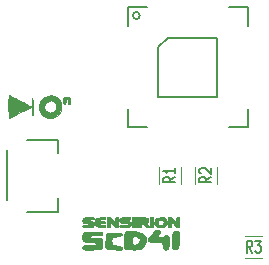
<source format=gbr>
%TF.GenerationSoftware,KiCad,Pcbnew,5.1.10-88a1d61d58~90~ubuntu20.04.1*%
%TF.CreationDate,2021-10-08T11:48:54+02:00*%
%TF.ProjectId,UROS_CO2-brkout,55524f53-5f43-44f3-922d-62726b6f7574,rev?*%
%TF.SameCoordinates,Original*%
%TF.FileFunction,Legend,Top*%
%TF.FilePolarity,Positive*%
%FSLAX46Y46*%
G04 Gerber Fmt 4.6, Leading zero omitted, Abs format (unit mm)*
G04 Created by KiCad (PCBNEW 5.1.10-88a1d61d58~90~ubuntu20.04.1) date 2021-10-08 11:48:54*
%MOMM*%
%LPD*%
G01*
G04 APERTURE LIST*
%ADD10C,0.010000*%
%ADD11C,0.127000*%
%ADD12C,0.152400*%
%ADD13C,0.120000*%
%ADD14C,0.150000*%
G04 APERTURE END LIST*
D10*
%TO.C,Board2*%
G36*
X77560957Y-83019750D02*
G01*
X77775204Y-83025458D01*
X78013327Y-83034125D01*
X78225583Y-83045266D01*
X78395786Y-83057767D01*
X78507751Y-83070513D01*
X78541155Y-83078191D01*
X78600638Y-83144331D01*
X78604655Y-83200971D01*
X78593425Y-83241218D01*
X78563181Y-83267847D01*
X78498469Y-83284247D01*
X78383833Y-83293811D01*
X78203818Y-83299927D01*
X78147333Y-83301303D01*
X77896882Y-83309366D01*
X77719709Y-83321237D01*
X77604442Y-83338990D01*
X77539711Y-83364700D01*
X77514145Y-83400441D01*
X77512333Y-83417150D01*
X77538782Y-83482119D01*
X77623302Y-83527127D01*
X77773656Y-83554215D01*
X77997606Y-83565427D01*
X78078026Y-83566000D01*
X78298858Y-83569671D01*
X78448779Y-83588235D01*
X78541469Y-83633015D01*
X78590610Y-83715336D01*
X78609883Y-83846523D01*
X78613000Y-84008834D01*
X78611040Y-84176765D01*
X78597983Y-84302453D01*
X78563063Y-84392274D01*
X78495513Y-84452606D01*
X78384568Y-84489825D01*
X78219461Y-84510310D01*
X77989426Y-84520437D01*
X77740659Y-84525560D01*
X77500458Y-84528446D01*
X77288188Y-84528317D01*
X77119023Y-84525394D01*
X77008138Y-84519899D01*
X76972583Y-84514333D01*
X76931414Y-84455673D01*
X76919576Y-84356431D01*
X76935441Y-84254828D01*
X76977382Y-84189086D01*
X76986629Y-84184362D01*
X77054246Y-84174050D01*
X77186472Y-84165712D01*
X77363253Y-84160287D01*
X77535473Y-84158667D01*
X77747492Y-84157143D01*
X77890307Y-84151069D01*
X77979350Y-84138191D01*
X78030052Y-84116255D01*
X78057845Y-84083005D01*
X78058223Y-84082302D01*
X78084527Y-83992479D01*
X78045770Y-83933925D01*
X77936459Y-83903488D01*
X77751102Y-83898012D01*
X77737928Y-83898393D01*
X77467321Y-83897510D01*
X77242319Y-83877929D01*
X77075723Y-83841458D01*
X76982067Y-83791686D01*
X76941653Y-83706829D01*
X76922055Y-83550034D01*
X76919667Y-83442537D01*
X76921891Y-83293383D01*
X76935808Y-83182641D01*
X76972278Y-83105014D01*
X77042165Y-83055207D01*
X77156332Y-83027924D01*
X77325642Y-83017871D01*
X77560957Y-83019750D01*
G37*
X77560957Y-83019750D02*
X77775204Y-83025458D01*
X78013327Y-83034125D01*
X78225583Y-83045266D01*
X78395786Y-83057767D01*
X78507751Y-83070513D01*
X78541155Y-83078191D01*
X78600638Y-83144331D01*
X78604655Y-83200971D01*
X78593425Y-83241218D01*
X78563181Y-83267847D01*
X78498469Y-83284247D01*
X78383833Y-83293811D01*
X78203818Y-83299927D01*
X78147333Y-83301303D01*
X77896882Y-83309366D01*
X77719709Y-83321237D01*
X77604442Y-83338990D01*
X77539711Y-83364700D01*
X77514145Y-83400441D01*
X77512333Y-83417150D01*
X77538782Y-83482119D01*
X77623302Y-83527127D01*
X77773656Y-83554215D01*
X77997606Y-83565427D01*
X78078026Y-83566000D01*
X78298858Y-83569671D01*
X78448779Y-83588235D01*
X78541469Y-83633015D01*
X78590610Y-83715336D01*
X78609883Y-83846523D01*
X78613000Y-84008834D01*
X78611040Y-84176765D01*
X78597983Y-84302453D01*
X78563063Y-84392274D01*
X78495513Y-84452606D01*
X78384568Y-84489825D01*
X78219461Y-84510310D01*
X77989426Y-84520437D01*
X77740659Y-84525560D01*
X77500458Y-84528446D01*
X77288188Y-84528317D01*
X77119023Y-84525394D01*
X77008138Y-84519899D01*
X76972583Y-84514333D01*
X76931414Y-84455673D01*
X76919576Y-84356431D01*
X76935441Y-84254828D01*
X76977382Y-84189086D01*
X76986629Y-84184362D01*
X77054246Y-84174050D01*
X77186472Y-84165712D01*
X77363253Y-84160287D01*
X77535473Y-84158667D01*
X77747492Y-84157143D01*
X77890307Y-84151069D01*
X77979350Y-84138191D01*
X78030052Y-84116255D01*
X78057845Y-84083005D01*
X78058223Y-84082302D01*
X78084527Y-83992479D01*
X78045770Y-83933925D01*
X77936459Y-83903488D01*
X77751102Y-83898012D01*
X77737928Y-83898393D01*
X77467321Y-83897510D01*
X77242319Y-83877929D01*
X77075723Y-83841458D01*
X76982067Y-83791686D01*
X76941653Y-83706829D01*
X76922055Y-83550034D01*
X76919667Y-83442537D01*
X76921891Y-83293383D01*
X76935808Y-83182641D01*
X76972278Y-83105014D01*
X77042165Y-83055207D01*
X77156332Y-83027924D01*
X77325642Y-83017871D01*
X77560957Y-83019750D01*
G36*
X79805610Y-83104698D02*
G01*
X80010316Y-83119106D01*
X80148687Y-83145529D01*
X80229694Y-83185940D01*
X80262310Y-83242310D01*
X80264000Y-83262607D01*
X80253225Y-83301906D01*
X80210805Y-83331410D01*
X80121593Y-83356247D01*
X79970447Y-83381548D01*
X79872417Y-83395232D01*
X79694800Y-83422906D01*
X79546665Y-83452755D01*
X79449940Y-83480051D01*
X79427917Y-83491094D01*
X79393195Y-83562825D01*
X79375524Y-83687740D01*
X79374260Y-83836227D01*
X79388757Y-83978675D01*
X79418368Y-84085470D01*
X79441600Y-84118906D01*
X79514231Y-84148421D01*
X79645322Y-84175892D01*
X79808724Y-84196072D01*
X79837505Y-84198376D01*
X80059377Y-84225145D01*
X80205929Y-84269425D01*
X80285384Y-84334984D01*
X80306333Y-84413321D01*
X80301542Y-84459311D01*
X80280329Y-84493089D01*
X80232438Y-84515606D01*
X80147613Y-84527812D01*
X80015596Y-84530655D01*
X79826131Y-84525087D01*
X79568961Y-84512057D01*
X79366337Y-84500372D01*
X79161939Y-84483021D01*
X79006104Y-84459056D01*
X78914499Y-84431113D01*
X78901761Y-84422224D01*
X78868942Y-84348194D01*
X78852764Y-84229436D01*
X78852445Y-84189390D01*
X78861283Y-83974446D01*
X78876346Y-83752532D01*
X78895725Y-83541664D01*
X78917511Y-83359861D01*
X78939793Y-83225140D01*
X78960663Y-83155518D01*
X78962254Y-83153250D01*
X79016271Y-83128023D01*
X79135686Y-83111258D01*
X79327384Y-83102307D01*
X79525594Y-83100333D01*
X79805610Y-83104698D01*
G37*
X79805610Y-83104698D02*
X80010316Y-83119106D01*
X80148687Y-83145529D01*
X80229694Y-83185940D01*
X80262310Y-83242310D01*
X80264000Y-83262607D01*
X80253225Y-83301906D01*
X80210805Y-83331410D01*
X80121593Y-83356247D01*
X79970447Y-83381548D01*
X79872417Y-83395232D01*
X79694800Y-83422906D01*
X79546665Y-83452755D01*
X79449940Y-83480051D01*
X79427917Y-83491094D01*
X79393195Y-83562825D01*
X79375524Y-83687740D01*
X79374260Y-83836227D01*
X79388757Y-83978675D01*
X79418368Y-84085470D01*
X79441600Y-84118906D01*
X79514231Y-84148421D01*
X79645322Y-84175892D01*
X79808724Y-84196072D01*
X79837505Y-84198376D01*
X80059377Y-84225145D01*
X80205929Y-84269425D01*
X80285384Y-84334984D01*
X80306333Y-84413321D01*
X80301542Y-84459311D01*
X80280329Y-84493089D01*
X80232438Y-84515606D01*
X80147613Y-84527812D01*
X80015596Y-84530655D01*
X79826131Y-84525087D01*
X79568961Y-84512057D01*
X79366337Y-84500372D01*
X79161939Y-84483021D01*
X79006104Y-84459056D01*
X78914499Y-84431113D01*
X78901761Y-84422224D01*
X78868942Y-84348194D01*
X78852764Y-84229436D01*
X78852445Y-84189390D01*
X78861283Y-83974446D01*
X78876346Y-83752532D01*
X78895725Y-83541664D01*
X78917511Y-83359861D01*
X78939793Y-83225140D01*
X78960663Y-83155518D01*
X78962254Y-83153250D01*
X79016271Y-83128023D01*
X79135686Y-83111258D01*
X79327384Y-83102307D01*
X79525594Y-83100333D01*
X79805610Y-83104698D01*
G36*
X81125766Y-82949880D02*
G01*
X81377599Y-82989492D01*
X81627547Y-83054877D01*
X81856790Y-83141922D01*
X82046509Y-83246518D01*
X82177885Y-83364553D01*
X82193591Y-83386461D01*
X82259306Y-83559544D01*
X82263387Y-83771840D01*
X82206741Y-84005491D01*
X82156147Y-84124296D01*
X82069101Y-84290703D01*
X81988431Y-84400980D01*
X81893497Y-84467199D01*
X81763656Y-84501432D01*
X81578266Y-84515752D01*
X81481860Y-84518660D01*
X81263121Y-84521117D01*
X81034844Y-84519015D01*
X80839095Y-84512841D01*
X80801951Y-84510826D01*
X80647587Y-84498769D01*
X80555958Y-84480228D01*
X80505163Y-84446521D01*
X80473299Y-84388966D01*
X80469272Y-84378941D01*
X80450068Y-84275685D01*
X80441680Y-84094523D01*
X80444269Y-83841544D01*
X80444593Y-83832736D01*
X81109066Y-83832736D01*
X81122152Y-83970691D01*
X81157084Y-84060707D01*
X81161467Y-84065533D01*
X81249823Y-84105631D01*
X81376559Y-84113843D01*
X81501175Y-84089054D01*
X81530788Y-84075719D01*
X81630596Y-83988012D01*
X81720232Y-83851431D01*
X81762054Y-83750737D01*
X81755087Y-83645878D01*
X81686976Y-83534577D01*
X81576691Y-83437793D01*
X81443200Y-83376483D01*
X81418240Y-83370845D01*
X81304478Y-83360590D01*
X81230480Y-83392423D01*
X81187958Y-83437595D01*
X81143262Y-83535552D01*
X81116533Y-83677477D01*
X81109066Y-83832736D01*
X80444593Y-83832736D01*
X80450526Y-83671833D01*
X80463173Y-83426305D01*
X80476986Y-83252317D01*
X80493932Y-83136747D01*
X80515977Y-83066473D01*
X80545086Y-83028371D01*
X80547144Y-83026788D01*
X80691719Y-82964417D01*
X80890866Y-82940151D01*
X81125766Y-82949880D01*
G37*
X81125766Y-82949880D02*
X81377599Y-82989492D01*
X81627547Y-83054877D01*
X81856790Y-83141922D01*
X82046509Y-83246518D01*
X82177885Y-83364553D01*
X82193591Y-83386461D01*
X82259306Y-83559544D01*
X82263387Y-83771840D01*
X82206741Y-84005491D01*
X82156147Y-84124296D01*
X82069101Y-84290703D01*
X81988431Y-84400980D01*
X81893497Y-84467199D01*
X81763656Y-84501432D01*
X81578266Y-84515752D01*
X81481860Y-84518660D01*
X81263121Y-84521117D01*
X81034844Y-84519015D01*
X80839095Y-84512841D01*
X80801951Y-84510826D01*
X80647587Y-84498769D01*
X80555958Y-84480228D01*
X80505163Y-84446521D01*
X80473299Y-84388966D01*
X80469272Y-84378941D01*
X80450068Y-84275685D01*
X80441680Y-84094523D01*
X80444269Y-83841544D01*
X80444593Y-83832736D01*
X81109066Y-83832736D01*
X81122152Y-83970691D01*
X81157084Y-84060707D01*
X81161467Y-84065533D01*
X81249823Y-84105631D01*
X81376559Y-84113843D01*
X81501175Y-84089054D01*
X81530788Y-84075719D01*
X81630596Y-83988012D01*
X81720232Y-83851431D01*
X81762054Y-83750737D01*
X81755087Y-83645878D01*
X81686976Y-83534577D01*
X81576691Y-83437793D01*
X81443200Y-83376483D01*
X81418240Y-83370845D01*
X81304478Y-83360590D01*
X81230480Y-83392423D01*
X81187958Y-83437595D01*
X81143262Y-83535552D01*
X81116533Y-83677477D01*
X81109066Y-83832736D01*
X80444593Y-83832736D01*
X80450526Y-83671833D01*
X80463173Y-83426305D01*
X80476986Y-83252317D01*
X80493932Y-83136747D01*
X80515977Y-83066473D01*
X80545086Y-83028371D01*
X80547144Y-83026788D01*
X80691719Y-82964417D01*
X80890866Y-82940151D01*
X81125766Y-82949880D01*
G36*
X83408418Y-82876416D02*
G01*
X83468287Y-82957051D01*
X83468616Y-83074707D01*
X83405462Y-83214355D01*
X83393610Y-83231626D01*
X83338242Y-83334452D01*
X83319769Y-83421600D01*
X83320744Y-83428661D01*
X83369596Y-83481545D01*
X83471748Y-83504069D01*
X83601916Y-83497383D01*
X83734819Y-83462638D01*
X83840176Y-83405009D01*
X83978605Y-83328958D01*
X84106347Y-83318039D01*
X84192533Y-83362800D01*
X84223039Y-83438463D01*
X84238990Y-83574977D01*
X84241849Y-83751440D01*
X84233082Y-83946952D01*
X84214150Y-84140611D01*
X84186519Y-84311517D01*
X84151651Y-84438768D01*
X84112866Y-84500372D01*
X83983402Y-84537163D01*
X83844834Y-84508594D01*
X83799454Y-84481855D01*
X83747716Y-84415046D01*
X83715705Y-84295396D01*
X83701573Y-84163876D01*
X83693134Y-84052699D01*
X83678110Y-83973041D01*
X83643992Y-83919342D01*
X83578269Y-83886041D01*
X83468433Y-83867577D01*
X83301973Y-83858388D01*
X83066382Y-83852914D01*
X82999021Y-83851552D01*
X82745109Y-83843882D01*
X82571149Y-83827241D01*
X82472428Y-83792900D01*
X82444230Y-83732126D01*
X82481842Y-83636190D01*
X82580551Y-83496363D01*
X82716157Y-83327694D01*
X82881658Y-83131351D01*
X83010172Y-82994797D01*
X83113234Y-82908438D01*
X83202377Y-82862677D01*
X83289135Y-82847919D01*
X83292950Y-82847833D01*
X83408418Y-82876416D01*
G37*
X83408418Y-82876416D02*
X83468287Y-82957051D01*
X83468616Y-83074707D01*
X83405462Y-83214355D01*
X83393610Y-83231626D01*
X83338242Y-83334452D01*
X83319769Y-83421600D01*
X83320744Y-83428661D01*
X83369596Y-83481545D01*
X83471748Y-83504069D01*
X83601916Y-83497383D01*
X83734819Y-83462638D01*
X83840176Y-83405009D01*
X83978605Y-83328958D01*
X84106347Y-83318039D01*
X84192533Y-83362800D01*
X84223039Y-83438463D01*
X84238990Y-83574977D01*
X84241849Y-83751440D01*
X84233082Y-83946952D01*
X84214150Y-84140611D01*
X84186519Y-84311517D01*
X84151651Y-84438768D01*
X84112866Y-84500372D01*
X83983402Y-84537163D01*
X83844834Y-84508594D01*
X83799454Y-84481855D01*
X83747716Y-84415046D01*
X83715705Y-84295396D01*
X83701573Y-84163876D01*
X83693134Y-84052699D01*
X83678110Y-83973041D01*
X83643992Y-83919342D01*
X83578269Y-83886041D01*
X83468433Y-83867577D01*
X83301973Y-83858388D01*
X83066382Y-83852914D01*
X82999021Y-83851552D01*
X82745109Y-83843882D01*
X82571149Y-83827241D01*
X82472428Y-83792900D01*
X82444230Y-83732126D01*
X82481842Y-83636190D01*
X82580551Y-83496363D01*
X82716157Y-83327694D01*
X82881658Y-83131351D01*
X83010172Y-82994797D01*
X83113234Y-82908438D01*
X83202377Y-82862677D01*
X83289135Y-82847919D01*
X83292950Y-82847833D01*
X83408418Y-82876416D01*
G36*
X84976134Y-82993805D02*
G01*
X85085376Y-83105798D01*
X85088180Y-83110676D01*
X85113125Y-83167594D01*
X85126665Y-83240288D01*
X85129002Y-83345083D01*
X85120339Y-83498306D01*
X85100878Y-83716282D01*
X85096264Y-83763449D01*
X85065923Y-84033499D01*
X85033041Y-84229821D01*
X84992940Y-84363326D01*
X84940939Y-84444925D01*
X84872361Y-84485529D01*
X84782527Y-84496050D01*
X84782107Y-84496046D01*
X84661517Y-84481961D01*
X84571417Y-84451609D01*
X84539866Y-84423298D01*
X84518809Y-84372077D01*
X84506347Y-84283109D01*
X84500581Y-84141557D01*
X84499610Y-83932584D01*
X84499773Y-83891980D01*
X84503677Y-83598543D01*
X84513779Y-83377968D01*
X84532387Y-83218538D01*
X84561814Y-83108537D01*
X84604370Y-83036250D01*
X84662365Y-82989959D01*
X84679427Y-82981134D01*
X84832655Y-82949663D01*
X84976134Y-82993805D01*
G37*
X84976134Y-82993805D02*
X85085376Y-83105798D01*
X85088180Y-83110676D01*
X85113125Y-83167594D01*
X85126665Y-83240288D01*
X85129002Y-83345083D01*
X85120339Y-83498306D01*
X85100878Y-83716282D01*
X85096264Y-83763449D01*
X85065923Y-84033499D01*
X85033041Y-84229821D01*
X84992940Y-84363326D01*
X84940939Y-84444925D01*
X84872361Y-84485529D01*
X84782527Y-84496050D01*
X84782107Y-84496046D01*
X84661517Y-84481961D01*
X84571417Y-84451609D01*
X84539866Y-84423298D01*
X84518809Y-84372077D01*
X84506347Y-84283109D01*
X84500581Y-84141557D01*
X84499610Y-83932584D01*
X84499773Y-83891980D01*
X84503677Y-83598543D01*
X84513779Y-83377968D01*
X84532387Y-83218538D01*
X84561814Y-83108537D01*
X84604370Y-83036250D01*
X84662365Y-82989959D01*
X84679427Y-82981134D01*
X84832655Y-82949663D01*
X84976134Y-82993805D01*
G36*
X77695529Y-81789691D02*
G01*
X77808030Y-81796939D01*
X77867761Y-81813009D01*
X77890652Y-81841164D01*
X77893333Y-81865646D01*
X77881516Y-81905692D01*
X77835456Y-81934291D01*
X77739243Y-81956745D01*
X77576966Y-81978359D01*
X77544083Y-81982063D01*
X77384359Y-82004511D01*
X77263011Y-82030546D01*
X77199669Y-82055610D01*
X77194833Y-82063167D01*
X77233583Y-82085763D01*
X77335511Y-82105295D01*
X77479133Y-82117749D01*
X77489402Y-82118218D01*
X77681598Y-82133398D01*
X77802967Y-82164769D01*
X77867027Y-82221145D01*
X77887297Y-82311339D01*
X77884890Y-82376070D01*
X77853732Y-82500885D01*
X77776150Y-82574998D01*
X77766333Y-82580152D01*
X77682579Y-82602773D01*
X77547223Y-82619922D01*
X77384538Y-82630820D01*
X77218791Y-82634687D01*
X77074254Y-82630743D01*
X76975197Y-82618208D01*
X76947889Y-82606444D01*
X76923466Y-82544042D01*
X76919667Y-82502323D01*
X76930003Y-82464258D01*
X76971860Y-82439947D01*
X77061513Y-82425280D01*
X77215235Y-82416146D01*
X77268917Y-82414129D01*
X77458432Y-82401003D01*
X77569625Y-82380073D01*
X77601195Y-82354906D01*
X77551839Y-82329066D01*
X77420256Y-82306119D01*
X77312037Y-82296000D01*
X77158646Y-82280409D01*
X77035997Y-82260204D01*
X76972583Y-82240585D01*
X76938017Y-82179101D01*
X76920285Y-82071102D01*
X76919667Y-82046297D01*
X76933051Y-81941940D01*
X76980989Y-81869033D01*
X77075155Y-81822506D01*
X77227225Y-81797286D01*
X77448874Y-81788303D01*
X77514325Y-81788000D01*
X77695529Y-81789691D01*
G37*
X77695529Y-81789691D02*
X77808030Y-81796939D01*
X77867761Y-81813009D01*
X77890652Y-81841164D01*
X77893333Y-81865646D01*
X77881516Y-81905692D01*
X77835456Y-81934291D01*
X77739243Y-81956745D01*
X77576966Y-81978359D01*
X77544083Y-81982063D01*
X77384359Y-82004511D01*
X77263011Y-82030546D01*
X77199669Y-82055610D01*
X77194833Y-82063167D01*
X77233583Y-82085763D01*
X77335511Y-82105295D01*
X77479133Y-82117749D01*
X77489402Y-82118218D01*
X77681598Y-82133398D01*
X77802967Y-82164769D01*
X77867027Y-82221145D01*
X77887297Y-82311339D01*
X77884890Y-82376070D01*
X77853732Y-82500885D01*
X77776150Y-82574998D01*
X77766333Y-82580152D01*
X77682579Y-82602773D01*
X77547223Y-82619922D01*
X77384538Y-82630820D01*
X77218791Y-82634687D01*
X77074254Y-82630743D01*
X76975197Y-82618208D01*
X76947889Y-82606444D01*
X76923466Y-82544042D01*
X76919667Y-82502323D01*
X76930003Y-82464258D01*
X76971860Y-82439947D01*
X77061513Y-82425280D01*
X77215235Y-82416146D01*
X77268917Y-82414129D01*
X77458432Y-82401003D01*
X77569625Y-82380073D01*
X77601195Y-82354906D01*
X77551839Y-82329066D01*
X77420256Y-82306119D01*
X77312037Y-82296000D01*
X77158646Y-82280409D01*
X77035997Y-82260204D01*
X76972583Y-82240585D01*
X76938017Y-82179101D01*
X76920285Y-82071102D01*
X76919667Y-82046297D01*
X76933051Y-81941940D01*
X76980989Y-81869033D01*
X77075155Y-81822506D01*
X77227225Y-81797286D01*
X77448874Y-81788303D01*
X77514325Y-81788000D01*
X77695529Y-81789691D01*
G36*
X78724961Y-81790253D02*
G01*
X78814784Y-81800426D01*
X78856079Y-81823638D01*
X78866891Y-81865008D01*
X78867000Y-81872667D01*
X78855037Y-81924607D01*
X78805055Y-81950187D01*
X78695919Y-81958463D01*
X78665917Y-81958833D01*
X78521517Y-81971537D01*
X78397043Y-82001684D01*
X78363990Y-82016232D01*
X78315948Y-82046896D01*
X78316038Y-82067103D01*
X78375739Y-82082729D01*
X78506533Y-82099648D01*
X78532830Y-82102643D01*
X78712052Y-82132422D01*
X78818364Y-82175774D01*
X78863137Y-82238207D01*
X78866352Y-82264250D01*
X78827913Y-82279814D01*
X78726057Y-82291135D01*
X78582007Y-82295961D01*
X78567139Y-82296000D01*
X78402374Y-82300328D01*
X78311310Y-82314637D01*
X78283357Y-82340909D01*
X78284763Y-82348917D01*
X78337802Y-82382390D01*
X78465438Y-82405661D01*
X78584624Y-82414351D01*
X78742275Y-82424808D01*
X78829511Y-82444334D01*
X78860579Y-82481442D01*
X78849730Y-82544646D01*
X78841304Y-82567704D01*
X78802853Y-82608074D01*
X78715609Y-82627221D01*
X78576721Y-82629756D01*
X78427949Y-82623445D01*
X78303573Y-82612543D01*
X78253167Y-82604363D01*
X78123668Y-82537558D01*
X78012860Y-82421561D01*
X77958539Y-82308890D01*
X77955281Y-82152609D01*
X78009296Y-81997797D01*
X78106538Y-81878287D01*
X78148757Y-81850764D01*
X78272257Y-81812992D01*
X78452417Y-81791456D01*
X78568564Y-81788000D01*
X78724961Y-81790253D01*
G37*
X78724961Y-81790253D02*
X78814784Y-81800426D01*
X78856079Y-81823638D01*
X78866891Y-81865008D01*
X78867000Y-81872667D01*
X78855037Y-81924607D01*
X78805055Y-81950187D01*
X78695919Y-81958463D01*
X78665917Y-81958833D01*
X78521517Y-81971537D01*
X78397043Y-82001684D01*
X78363990Y-82016232D01*
X78315948Y-82046896D01*
X78316038Y-82067103D01*
X78375739Y-82082729D01*
X78506533Y-82099648D01*
X78532830Y-82102643D01*
X78712052Y-82132422D01*
X78818364Y-82175774D01*
X78863137Y-82238207D01*
X78866352Y-82264250D01*
X78827913Y-82279814D01*
X78726057Y-82291135D01*
X78582007Y-82295961D01*
X78567139Y-82296000D01*
X78402374Y-82300328D01*
X78311310Y-82314637D01*
X78283357Y-82340909D01*
X78284763Y-82348917D01*
X78337802Y-82382390D01*
X78465438Y-82405661D01*
X78584624Y-82414351D01*
X78742275Y-82424808D01*
X78829511Y-82444334D01*
X78860579Y-82481442D01*
X78849730Y-82544646D01*
X78841304Y-82567704D01*
X78802853Y-82608074D01*
X78715609Y-82627221D01*
X78576721Y-82629756D01*
X78427949Y-82623445D01*
X78303573Y-82612543D01*
X78253167Y-82604363D01*
X78123668Y-82537558D01*
X78012860Y-82421561D01*
X77958539Y-82308890D01*
X77955281Y-82152609D01*
X78009296Y-81997797D01*
X78106538Y-81878287D01*
X78148757Y-81850764D01*
X78272257Y-81812992D01*
X78452417Y-81791456D01*
X78568564Y-81788000D01*
X78724961Y-81790253D01*
G36*
X79225367Y-81796179D02*
G01*
X79295904Y-81830805D01*
X79373043Y-81907009D01*
X79468878Y-82028567D01*
X79650167Y-82269135D01*
X79662862Y-82028567D01*
X79672307Y-81892692D01*
X79689995Y-81820949D01*
X79727632Y-81792874D01*
X79796920Y-81788002D01*
X79800446Y-81788000D01*
X79925333Y-81788000D01*
X79925333Y-82634667D01*
X79781323Y-82634667D01*
X79701248Y-82626910D01*
X79633323Y-82593966D01*
X79558784Y-82521319D01*
X79458864Y-82394455D01*
X79442656Y-82372719D01*
X79248000Y-82110771D01*
X79248000Y-82634667D01*
X78994000Y-82634667D01*
X78994000Y-81788000D01*
X79140795Y-81788000D01*
X79225367Y-81796179D01*
G37*
X79225367Y-81796179D02*
X79295904Y-81830805D01*
X79373043Y-81907009D01*
X79468878Y-82028567D01*
X79650167Y-82269135D01*
X79662862Y-82028567D01*
X79672307Y-81892692D01*
X79689995Y-81820949D01*
X79727632Y-81792874D01*
X79796920Y-81788002D01*
X79800446Y-81788000D01*
X79925333Y-81788000D01*
X79925333Y-82634667D01*
X79781323Y-82634667D01*
X79701248Y-82626910D01*
X79633323Y-82593966D01*
X79558784Y-82521319D01*
X79458864Y-82394455D01*
X79442656Y-82372719D01*
X79248000Y-82110771D01*
X79248000Y-82634667D01*
X78994000Y-82634667D01*
X78994000Y-81788000D01*
X79140795Y-81788000D01*
X79225367Y-81796179D01*
G36*
X80777396Y-81788800D02*
G01*
X80891443Y-81794128D01*
X80953078Y-81808373D01*
X80978430Y-81835923D01*
X80983626Y-81881170D01*
X80983667Y-81893833D01*
X80980058Y-81946322D01*
X80957714Y-81977751D01*
X80899362Y-81993519D01*
X80787727Y-81999024D01*
X80645000Y-81999667D01*
X80471233Y-82002657D01*
X80366949Y-82013509D01*
X80317114Y-82035041D01*
X80306333Y-82063167D01*
X80324875Y-82098980D01*
X80391050Y-82118780D01*
X80520684Y-82126267D01*
X80578037Y-82126667D01*
X80731388Y-82130715D01*
X80857235Y-82141244D01*
X80919947Y-82153607D01*
X81001434Y-82225159D01*
X81040544Y-82340806D01*
X81026807Y-82466222D01*
X81020192Y-82482341D01*
X80974145Y-82547003D01*
X80896089Y-82591265D01*
X80772325Y-82618417D01*
X80589157Y-82631745D01*
X80385708Y-82634667D01*
X80219343Y-82633495D01*
X80120233Y-82626294D01*
X80070969Y-82607538D01*
X80054141Y-82571701D01*
X80052333Y-82528833D01*
X80055981Y-82476191D01*
X80078482Y-82444746D01*
X80137176Y-82429038D01*
X80249399Y-82423609D01*
X80388501Y-82423000D01*
X80548984Y-82418541D01*
X80674339Y-82406710D01*
X80742554Y-82389827D01*
X80748092Y-82385102D01*
X80738746Y-82340671D01*
X80649403Y-82311000D01*
X80483592Y-82297016D01*
X80408704Y-82296000D01*
X80222697Y-82273088D01*
X80090792Y-82211183D01*
X80020397Y-82120531D01*
X80018920Y-82011377D01*
X80093768Y-81893967D01*
X80107978Y-81880046D01*
X80165249Y-81835600D01*
X80235399Y-81808126D01*
X80339129Y-81793708D01*
X80497138Y-81788433D01*
X80594812Y-81788000D01*
X80777396Y-81788800D01*
G37*
X80777396Y-81788800D02*
X80891443Y-81794128D01*
X80953078Y-81808373D01*
X80978430Y-81835923D01*
X80983626Y-81881170D01*
X80983667Y-81893833D01*
X80980058Y-81946322D01*
X80957714Y-81977751D01*
X80899362Y-81993519D01*
X80787727Y-81999024D01*
X80645000Y-81999667D01*
X80471233Y-82002657D01*
X80366949Y-82013509D01*
X80317114Y-82035041D01*
X80306333Y-82063167D01*
X80324875Y-82098980D01*
X80391050Y-82118780D01*
X80520684Y-82126267D01*
X80578037Y-82126667D01*
X80731388Y-82130715D01*
X80857235Y-82141244D01*
X80919947Y-82153607D01*
X81001434Y-82225159D01*
X81040544Y-82340806D01*
X81026807Y-82466222D01*
X81020192Y-82482341D01*
X80974145Y-82547003D01*
X80896089Y-82591265D01*
X80772325Y-82618417D01*
X80589157Y-82631745D01*
X80385708Y-82634667D01*
X80219343Y-82633495D01*
X80120233Y-82626294D01*
X80070969Y-82607538D01*
X80054141Y-82571701D01*
X80052333Y-82528833D01*
X80055981Y-82476191D01*
X80078482Y-82444746D01*
X80137176Y-82429038D01*
X80249399Y-82423609D01*
X80388501Y-82423000D01*
X80548984Y-82418541D01*
X80674339Y-82406710D01*
X80742554Y-82389827D01*
X80748092Y-82385102D01*
X80738746Y-82340671D01*
X80649403Y-82311000D01*
X80483592Y-82297016D01*
X80408704Y-82296000D01*
X80222697Y-82273088D01*
X80090792Y-82211183D01*
X80020397Y-82120531D01*
X80018920Y-82011377D01*
X80093768Y-81893967D01*
X80107978Y-81880046D01*
X80165249Y-81835600D01*
X80235399Y-81808126D01*
X80339129Y-81793708D01*
X80497138Y-81788433D01*
X80594812Y-81788000D01*
X80777396Y-81788800D01*
G36*
X81290583Y-81795901D02*
G01*
X81428167Y-81809167D01*
X81428167Y-82613500D01*
X81290583Y-82626765D01*
X81153000Y-82640031D01*
X81153000Y-81782635D01*
X81290583Y-81795901D01*
G37*
X81290583Y-81795901D02*
X81428167Y-81809167D01*
X81428167Y-82613500D01*
X81290583Y-82626765D01*
X81153000Y-82640031D01*
X81153000Y-81782635D01*
X81290583Y-81795901D01*
G36*
X82164345Y-81798437D02*
G01*
X82337961Y-81832465D01*
X82446712Y-81894160D01*
X82499359Y-81987598D01*
X82507667Y-82062764D01*
X82486463Y-82187232D01*
X82420906Y-82254787D01*
X82372436Y-82286008D01*
X82366007Y-82321432D01*
X82406967Y-82382410D01*
X82471654Y-82457360D01*
X82609163Y-82613500D01*
X82463459Y-82627533D01*
X82361598Y-82625691D01*
X82281464Y-82585169D01*
X82190461Y-82489947D01*
X82082305Y-82387184D01*
X81983808Y-82339721D01*
X81967917Y-82338331D01*
X81903059Y-82351623D01*
X81876612Y-82407542D01*
X81872667Y-82486500D01*
X81866113Y-82585806D01*
X81829140Y-82626532D01*
X81735778Y-82634648D01*
X81724500Y-82634667D01*
X81576333Y-82634667D01*
X81576333Y-82063167D01*
X81872667Y-82063167D01*
X81890489Y-82106227D01*
X81956922Y-82121650D01*
X82052583Y-82118517D01*
X82162520Y-82101682D01*
X82226161Y-82074746D01*
X82232500Y-82063167D01*
X82194756Y-82034568D01*
X82099846Y-82012727D01*
X82052583Y-82007816D01*
X81935871Y-82006144D01*
X81882637Y-82027537D01*
X81872667Y-82063167D01*
X81576333Y-82063167D01*
X81576333Y-81788000D01*
X81917102Y-81788000D01*
X82164345Y-81798437D01*
G37*
X82164345Y-81798437D02*
X82337961Y-81832465D01*
X82446712Y-81894160D01*
X82499359Y-81987598D01*
X82507667Y-82062764D01*
X82486463Y-82187232D01*
X82420906Y-82254787D01*
X82372436Y-82286008D01*
X82366007Y-82321432D01*
X82406967Y-82382410D01*
X82471654Y-82457360D01*
X82609163Y-82613500D01*
X82463459Y-82627533D01*
X82361598Y-82625691D01*
X82281464Y-82585169D01*
X82190461Y-82489947D01*
X82082305Y-82387184D01*
X81983808Y-82339721D01*
X81967917Y-82338331D01*
X81903059Y-82351623D01*
X81876612Y-82407542D01*
X81872667Y-82486500D01*
X81866113Y-82585806D01*
X81829140Y-82626532D01*
X81735778Y-82634648D01*
X81724500Y-82634667D01*
X81576333Y-82634667D01*
X81576333Y-82063167D01*
X81872667Y-82063167D01*
X81890489Y-82106227D01*
X81956922Y-82121650D01*
X82052583Y-82118517D01*
X82162520Y-82101682D01*
X82226161Y-82074746D01*
X82232500Y-82063167D01*
X82194756Y-82034568D01*
X82099846Y-82012727D01*
X82052583Y-82007816D01*
X81935871Y-82006144D01*
X81882637Y-82027537D01*
X81872667Y-82063167D01*
X81576333Y-82063167D01*
X81576333Y-81788000D01*
X81917102Y-81788000D01*
X82164345Y-81798437D01*
G36*
X82931000Y-82634667D02*
G01*
X82634667Y-82634667D01*
X82634667Y-81788000D01*
X82931000Y-81788000D01*
X82931000Y-82634667D01*
G37*
X82931000Y-82634667D02*
X82634667Y-82634667D01*
X82634667Y-81788000D01*
X82931000Y-81788000D01*
X82931000Y-82634667D01*
G36*
X83787955Y-81808838D02*
G01*
X83941248Y-81875191D01*
X84033330Y-81992813D01*
X84070971Y-82167459D01*
X84072653Y-82218153D01*
X84064564Y-82352053D01*
X84027052Y-82441350D01*
X83943752Y-82525070D01*
X83854665Y-82588191D01*
X83758619Y-82621506D01*
X83623904Y-82633727D01*
X83544833Y-82634667D01*
X83383274Y-82628926D01*
X83274235Y-82605898D01*
X83186009Y-82556869D01*
X83145915Y-82525070D01*
X83054401Y-82427827D01*
X83019010Y-82318873D01*
X83016600Y-82267130D01*
X83318116Y-82267130D01*
X83356931Y-82374695D01*
X83386083Y-82406403D01*
X83499618Y-82454931D01*
X83625162Y-82457119D01*
X83724155Y-82413485D01*
X83735441Y-82401703D01*
X83777205Y-82310229D01*
X83788250Y-82232500D01*
X83767665Y-82124204D01*
X83735441Y-82063297D01*
X83651059Y-82016250D01*
X83530017Y-82001305D01*
X83414579Y-82019916D01*
X83362800Y-82050467D01*
X83319136Y-82144747D01*
X83318116Y-82267130D01*
X83016600Y-82267130D01*
X83015667Y-82247120D01*
X83026472Y-82116280D01*
X83053088Y-82010537D01*
X83059255Y-81997322D01*
X83160472Y-81891869D01*
X83323717Y-81819746D01*
X83530323Y-81788653D01*
X83566681Y-81788000D01*
X83787955Y-81808838D01*
G37*
X83787955Y-81808838D02*
X83941248Y-81875191D01*
X84033330Y-81992813D01*
X84070971Y-82167459D01*
X84072653Y-82218153D01*
X84064564Y-82352053D01*
X84027052Y-82441350D01*
X83943752Y-82525070D01*
X83854665Y-82588191D01*
X83758619Y-82621506D01*
X83623904Y-82633727D01*
X83544833Y-82634667D01*
X83383274Y-82628926D01*
X83274235Y-82605898D01*
X83186009Y-82556869D01*
X83145915Y-82525070D01*
X83054401Y-82427827D01*
X83019010Y-82318873D01*
X83016600Y-82267130D01*
X83318116Y-82267130D01*
X83356931Y-82374695D01*
X83386083Y-82406403D01*
X83499618Y-82454931D01*
X83625162Y-82457119D01*
X83724155Y-82413485D01*
X83735441Y-82401703D01*
X83777205Y-82310229D01*
X83788250Y-82232500D01*
X83767665Y-82124204D01*
X83735441Y-82063297D01*
X83651059Y-82016250D01*
X83530017Y-82001305D01*
X83414579Y-82019916D01*
X83362800Y-82050467D01*
X83319136Y-82144747D01*
X83318116Y-82267130D01*
X83016600Y-82267130D01*
X83015667Y-82247120D01*
X83026472Y-82116280D01*
X83053088Y-82010537D01*
X83059255Y-81997322D01*
X83160472Y-81891869D01*
X83323717Y-81819746D01*
X83530323Y-81788653D01*
X83566681Y-81788000D01*
X83787955Y-81808838D01*
G36*
X84412221Y-81795172D02*
G01*
X84484666Y-81827303D01*
X84559723Y-81900314D01*
X84645955Y-82010250D01*
X84734386Y-82118125D01*
X84796396Y-82173669D01*
X84821506Y-82169000D01*
X84847902Y-81989181D01*
X84871194Y-81877246D01*
X84899217Y-81817121D01*
X84939808Y-81792733D01*
X85000803Y-81788010D01*
X85007251Y-81788000D01*
X85132333Y-81788000D01*
X85132333Y-82634667D01*
X84985538Y-82634667D01*
X84900993Y-82626496D01*
X84830492Y-82591896D01*
X84753412Y-82515737D01*
X84657455Y-82393962D01*
X84476167Y-82153257D01*
X84455000Y-82383378D01*
X84440003Y-82515787D01*
X84416845Y-82585873D01*
X84371103Y-82615747D01*
X84296250Y-82626765D01*
X84158667Y-82640031D01*
X84158667Y-81788000D01*
X84318964Y-81788000D01*
X84412221Y-81795172D01*
G37*
X84412221Y-81795172D02*
X84484666Y-81827303D01*
X84559723Y-81900314D01*
X84645955Y-82010250D01*
X84734386Y-82118125D01*
X84796396Y-82173669D01*
X84821506Y-82169000D01*
X84847902Y-81989181D01*
X84871194Y-81877246D01*
X84899217Y-81817121D01*
X84939808Y-81792733D01*
X85000803Y-81788010D01*
X85007251Y-81788000D01*
X85132333Y-81788000D01*
X85132333Y-82634667D01*
X84985538Y-82634667D01*
X84900993Y-82626496D01*
X84830492Y-82591896D01*
X84753412Y-82515737D01*
X84657455Y-82393962D01*
X84476167Y-82153257D01*
X84455000Y-82383378D01*
X84440003Y-82515787D01*
X84416845Y-82585873D01*
X84371103Y-82615747D01*
X84296250Y-82626765D01*
X84158667Y-82640031D01*
X84158667Y-81788000D01*
X84318964Y-81788000D01*
X84412221Y-81795172D01*
G36*
X74497170Y-71496432D02*
G01*
X74736105Y-71604287D01*
X74926923Y-71774071D01*
X75061732Y-71997626D01*
X75132640Y-72266789D01*
X75141667Y-72413666D01*
X75106204Y-72708036D01*
X75002832Y-72958141D01*
X74836076Y-73157509D01*
X74610459Y-73299667D01*
X74492061Y-73342915D01*
X74316491Y-73387245D01*
X74176327Y-73398459D01*
X74029890Y-73378461D01*
X73977500Y-73366415D01*
X73716110Y-73263315D01*
X73505424Y-73101216D01*
X73351282Y-72892922D01*
X73259520Y-72651235D01*
X73235978Y-72388958D01*
X73239284Y-72371281D01*
X73669169Y-72371281D01*
X73684588Y-72538059D01*
X73753255Y-72690900D01*
X73865777Y-72817421D01*
X74012764Y-72905241D01*
X74184823Y-72941976D01*
X74372562Y-72915245D01*
X74465719Y-72876117D01*
X74602738Y-72761508D01*
X74688781Y-72600392D01*
X74719200Y-72417128D01*
X74689347Y-72236075D01*
X74613357Y-72102405D01*
X74447731Y-71961345D01*
X74261784Y-71896967D01*
X74069934Y-71910328D01*
X73886599Y-72002483D01*
X73835643Y-72045439D01*
X73716390Y-72202947D01*
X73669169Y-72371281D01*
X73239284Y-72371281D01*
X73286494Y-72118894D01*
X73344569Y-71978425D01*
X73503004Y-71744241D01*
X73709973Y-71579331D01*
X73964583Y-71484226D01*
X74218010Y-71458667D01*
X74497170Y-71496432D01*
G37*
X74497170Y-71496432D02*
X74736105Y-71604287D01*
X74926923Y-71774071D01*
X75061732Y-71997626D01*
X75132640Y-72266789D01*
X75141667Y-72413666D01*
X75106204Y-72708036D01*
X75002832Y-72958141D01*
X74836076Y-73157509D01*
X74610459Y-73299667D01*
X74492061Y-73342915D01*
X74316491Y-73387245D01*
X74176327Y-73398459D01*
X74029890Y-73378461D01*
X73977500Y-73366415D01*
X73716110Y-73263315D01*
X73505424Y-73101216D01*
X73351282Y-72892922D01*
X73259520Y-72651235D01*
X73235978Y-72388958D01*
X73239284Y-72371281D01*
X73669169Y-72371281D01*
X73684588Y-72538059D01*
X73753255Y-72690900D01*
X73865777Y-72817421D01*
X74012764Y-72905241D01*
X74184823Y-72941976D01*
X74372562Y-72915245D01*
X74465719Y-72876117D01*
X74602738Y-72761508D01*
X74688781Y-72600392D01*
X74719200Y-72417128D01*
X74689347Y-72236075D01*
X74613357Y-72102405D01*
X74447731Y-71961345D01*
X74261784Y-71896967D01*
X74069934Y-71910328D01*
X73886599Y-72002483D01*
X73835643Y-72045439D01*
X73716390Y-72202947D01*
X73669169Y-72371281D01*
X73239284Y-72371281D01*
X73286494Y-72118894D01*
X73344569Y-71978425D01*
X73503004Y-71744241D01*
X73709973Y-71579331D01*
X73964583Y-71484226D01*
X74218010Y-71458667D01*
X74497170Y-71496432D01*
G36*
X70724311Y-71477010D02*
G01*
X70833890Y-71527804D01*
X70992182Y-71604692D01*
X71186766Y-71701318D01*
X71405219Y-71811327D01*
X71635120Y-71928362D01*
X71864046Y-72046067D01*
X72079577Y-72158086D01*
X72269291Y-72258064D01*
X72420764Y-72339644D01*
X72521577Y-72396471D01*
X72559305Y-72422188D01*
X72559333Y-72422391D01*
X72523350Y-72448619D01*
X72423778Y-72505499D01*
X72273182Y-72586681D01*
X72084127Y-72685818D01*
X71869177Y-72796560D01*
X71640897Y-72912560D01*
X71411853Y-73027467D01*
X71194609Y-73134935D01*
X71001731Y-73228613D01*
X70845782Y-73302154D01*
X70739328Y-73349208D01*
X70696411Y-73363667D01*
X70681750Y-73322135D01*
X70670005Y-73200658D01*
X70661383Y-73003914D01*
X70656091Y-72736583D01*
X70654333Y-72411167D01*
X70655245Y-72137406D01*
X70657801Y-71894407D01*
X70661731Y-71694120D01*
X70666765Y-71548492D01*
X70672633Y-71469471D01*
X70675868Y-71458667D01*
X70724311Y-71477010D01*
G37*
X70724311Y-71477010D02*
X70833890Y-71527804D01*
X70992182Y-71604692D01*
X71186766Y-71701318D01*
X71405219Y-71811327D01*
X71635120Y-71928362D01*
X71864046Y-72046067D01*
X72079577Y-72158086D01*
X72269291Y-72258064D01*
X72420764Y-72339644D01*
X72521577Y-72396471D01*
X72559305Y-72422188D01*
X72559333Y-72422391D01*
X72523350Y-72448619D01*
X72423778Y-72505499D01*
X72273182Y-72586681D01*
X72084127Y-72685818D01*
X71869177Y-72796560D01*
X71640897Y-72912560D01*
X71411853Y-73027467D01*
X71194609Y-73134935D01*
X71001731Y-73228613D01*
X70845782Y-73302154D01*
X70739328Y-73349208D01*
X70696411Y-73363667D01*
X70681750Y-73322135D01*
X70670005Y-73200658D01*
X70661383Y-73003914D01*
X70656091Y-72736583D01*
X70654333Y-72411167D01*
X70655245Y-72137406D01*
X70657801Y-71894407D01*
X70661731Y-71694120D01*
X70666765Y-71548492D01*
X70672633Y-71469471D01*
X70675868Y-71458667D01*
X70724311Y-71477010D01*
G36*
X72682133Y-71753522D02*
G01*
X72696833Y-71871418D01*
X72708667Y-72058400D01*
X72717034Y-72306684D01*
X72719107Y-72411080D01*
X72722559Y-72671878D01*
X72722314Y-72859572D01*
X72717483Y-72985679D01*
X72707177Y-73061716D01*
X72690506Y-73099200D01*
X72666581Y-73109647D01*
X72665167Y-73109667D01*
X72640852Y-73100277D01*
X72623837Y-73064432D01*
X72613231Y-72990615D01*
X72608145Y-72867307D01*
X72607690Y-72682994D01*
X72610978Y-72426158D01*
X72611226Y-72411080D01*
X72618177Y-72142353D01*
X72628815Y-71932088D01*
X72642539Y-71788067D01*
X72658748Y-71718073D01*
X72665167Y-71712494D01*
X72682133Y-71753522D01*
G37*
X72682133Y-71753522D02*
X72696833Y-71871418D01*
X72708667Y-72058400D01*
X72717034Y-72306684D01*
X72719107Y-72411080D01*
X72722559Y-72671878D01*
X72722314Y-72859572D01*
X72717483Y-72985679D01*
X72707177Y-73061716D01*
X72690506Y-73099200D01*
X72666581Y-73109647D01*
X72665167Y-73109667D01*
X72640852Y-73100277D01*
X72623837Y-73064432D01*
X72613231Y-72990615D01*
X72608145Y-72867307D01*
X72607690Y-72682994D01*
X72610978Y-72426158D01*
X72611226Y-72411080D01*
X72618177Y-72142353D01*
X72628815Y-71932088D01*
X72642539Y-71788067D01*
X72658748Y-71718073D01*
X72665167Y-71712494D01*
X72682133Y-71753522D01*
G36*
X75713509Y-71644765D02*
G01*
X75823223Y-71676197D01*
X75880696Y-71745103D01*
X75901797Y-71864831D01*
X75903667Y-71946989D01*
X75900878Y-72079804D01*
X75886174Y-72148768D01*
X75850047Y-72174662D01*
X75797833Y-72178333D01*
X75732894Y-72170597D01*
X75701884Y-72132365D01*
X75692476Y-72041101D01*
X75692000Y-71984889D01*
X75687967Y-71866938D01*
X75668580Y-71812887D01*
X75622905Y-71802085D01*
X75596750Y-71804972D01*
X75534088Y-71828401D01*
X75502035Y-71891245D01*
X75488482Y-71998417D01*
X75472115Y-72115652D01*
X75438673Y-72168636D01*
X75395731Y-72178333D01*
X75314619Y-72156725D01*
X75287854Y-72132797D01*
X75276905Y-72067641D01*
X75279337Y-71949984D01*
X75287791Y-71862515D01*
X75315872Y-71637769D01*
X75535686Y-71637459D01*
X75713509Y-71644765D01*
G37*
X75713509Y-71644765D02*
X75823223Y-71676197D01*
X75880696Y-71745103D01*
X75901797Y-71864831D01*
X75903667Y-71946989D01*
X75900878Y-72079804D01*
X75886174Y-72148768D01*
X75850047Y-72174662D01*
X75797833Y-72178333D01*
X75732894Y-72170597D01*
X75701884Y-72132365D01*
X75692476Y-72041101D01*
X75692000Y-71984889D01*
X75687967Y-71866938D01*
X75668580Y-71812887D01*
X75622905Y-71802085D01*
X75596750Y-71804972D01*
X75534088Y-71828401D01*
X75502035Y-71891245D01*
X75488482Y-71998417D01*
X75472115Y-72115652D01*
X75438673Y-72168636D01*
X75395731Y-72178333D01*
X75314619Y-72156725D01*
X75287854Y-72132797D01*
X75276905Y-72067641D01*
X75279337Y-71949984D01*
X75287791Y-71862515D01*
X75315872Y-71637769D01*
X75535686Y-71637459D01*
X75713509Y-71644765D01*
D11*
%TO.C,U1*%
X80752000Y-63988000D02*
X82352000Y-63988000D01*
X80752000Y-63988000D02*
X80752000Y-65588000D01*
X90952000Y-63988000D02*
X90952000Y-65588000D01*
X90952000Y-63988000D02*
X89352000Y-63988000D01*
X90952000Y-74188000D02*
X89352000Y-74188000D01*
X90952000Y-74188000D02*
X90952000Y-72588000D01*
X80752000Y-74188000D02*
X80752000Y-72588000D01*
X80752000Y-74188000D02*
X82352000Y-74188000D01*
X81777000Y-64713000D02*
G75*
G03*
X81777000Y-64713000I-300000J0D01*
G01*
X88352000Y-66588000D02*
X84152000Y-66588000D01*
X83352000Y-67388000D02*
X84152000Y-66588000D01*
X88352000Y-71588000D02*
X83352000Y-71588000D01*
X83352000Y-71588000D02*
X83352000Y-67388000D01*
X88352000Y-66588000D02*
X88352000Y-71588000D01*
D12*
%TO.C,CONN1*%
X72258000Y-75232000D02*
X74858000Y-75232000D01*
X74858000Y-75232000D02*
X74858000Y-76332000D01*
X74858000Y-80132000D02*
X74858000Y-81332000D01*
X74858000Y-81332000D02*
X72258000Y-81332000D01*
X70558000Y-76132000D02*
X70558000Y-80332000D01*
D13*
%TO.C,R1*%
X83418000Y-78959064D02*
X83418000Y-77504936D01*
X85238000Y-78959064D02*
X85238000Y-77504936D01*
%TO.C,R2*%
X88286000Y-78959064D02*
X88286000Y-77504936D01*
X86466000Y-78959064D02*
X86466000Y-77504936D01*
%TO.C,R3*%
X90686936Y-83418000D02*
X92141064Y-83418000D01*
X90686936Y-85238000D02*
X92141064Y-85238000D01*
%TD*%
%TO.C,R1*%
D14*
X84780380Y-78365333D02*
X84304190Y-78632000D01*
X84780380Y-78822476D02*
X83780380Y-78822476D01*
X83780380Y-78517714D01*
X83828000Y-78441523D01*
X83875619Y-78403428D01*
X83970857Y-78365333D01*
X84113714Y-78365333D01*
X84208952Y-78403428D01*
X84256571Y-78441523D01*
X84304190Y-78517714D01*
X84304190Y-78822476D01*
X84780380Y-77603428D02*
X84780380Y-78060571D01*
X84780380Y-77832000D02*
X83780380Y-77832000D01*
X83923238Y-77908190D01*
X84018476Y-77984380D01*
X84066095Y-78060571D01*
%TO.C,R2*%
X87828380Y-78365333D02*
X87352190Y-78632000D01*
X87828380Y-78822476D02*
X86828380Y-78822476D01*
X86828380Y-78517714D01*
X86876000Y-78441523D01*
X86923619Y-78403428D01*
X87018857Y-78365333D01*
X87161714Y-78365333D01*
X87256952Y-78403428D01*
X87304571Y-78441523D01*
X87352190Y-78517714D01*
X87352190Y-78822476D01*
X86923619Y-78060571D02*
X86876000Y-78022476D01*
X86828380Y-77946285D01*
X86828380Y-77755809D01*
X86876000Y-77679619D01*
X86923619Y-77641523D01*
X87018857Y-77603428D01*
X87114095Y-77603428D01*
X87256952Y-77641523D01*
X87828380Y-78098666D01*
X87828380Y-77603428D01*
%TO.C,R3*%
X91280666Y-84780380D02*
X91014000Y-84304190D01*
X90823523Y-84780380D02*
X90823523Y-83780380D01*
X91128285Y-83780380D01*
X91204476Y-83828000D01*
X91242571Y-83875619D01*
X91280666Y-83970857D01*
X91280666Y-84113714D01*
X91242571Y-84208952D01*
X91204476Y-84256571D01*
X91128285Y-84304190D01*
X90823523Y-84304190D01*
X91547333Y-83780380D02*
X92042571Y-83780380D01*
X91775904Y-84161333D01*
X91890190Y-84161333D01*
X91966380Y-84208952D01*
X92004476Y-84256571D01*
X92042571Y-84351809D01*
X92042571Y-84589904D01*
X92004476Y-84685142D01*
X91966380Y-84732761D01*
X91890190Y-84780380D01*
X91661619Y-84780380D01*
X91585428Y-84732761D01*
X91547333Y-84685142D01*
%TD*%
M02*

</source>
